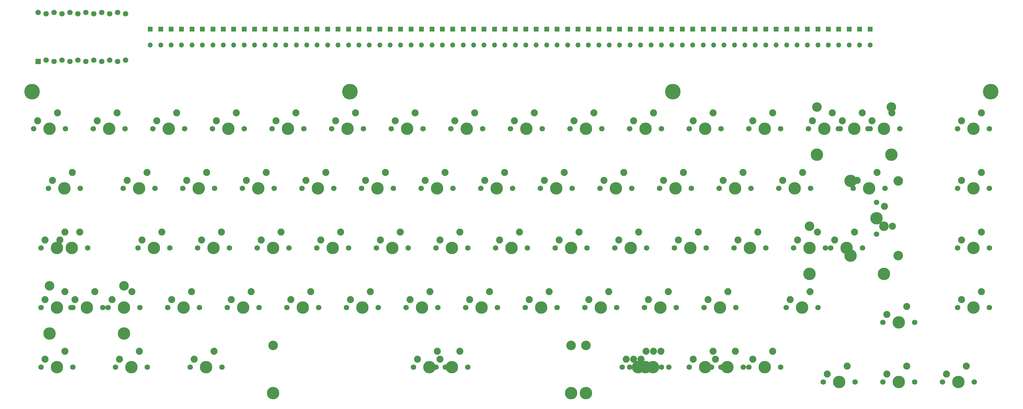
<source format=gbr>
%TF.GenerationSoftware,KiCad,Pcbnew,(5.1.7)-1*%
%TF.CreationDate,2021-02-21T21:30:35+01:00*%
%TF.ProjectId,kbic65,6b626963-3635-42e6-9b69-6361645f7063,rev?*%
%TF.SameCoordinates,Original*%
%TF.FileFunction,Soldermask,Bot*%
%TF.FilePolarity,Negative*%
%FSLAX46Y46*%
G04 Gerber Fmt 4.6, Leading zero omitted, Abs format (unit mm)*
G04 Created by KiCad (PCBNEW (5.1.7)-1) date 2021-02-21 21:30:35*
%MOMM*%
%LPD*%
G01*
G04 APERTURE LIST*
%ADD10O,1.600000X1.600000*%
%ADD11R,1.600000X1.600000*%
%ADD12C,2.250000*%
%ADD13C,3.987800*%
%ADD14C,1.750000*%
%ADD15C,5.000000*%
%ADD16C,3.048000*%
%ADD17C,1.752600*%
%ADD18R,1.752600X1.752600*%
G04 APERTURE END LIST*
D10*
%TO.C,D_@1*%
X261136044Y-52645000D03*
D11*
X261136044Y-47565000D03*
%TD*%
D12*
%TO.C,MX_Esc1*%
X58102500Y-74295000D03*
D13*
X55562500Y-79375000D03*
D12*
X51752500Y-76835000D03*
D14*
X50482500Y-79375000D03*
X60642500Y-79375000D03*
%TD*%
%TO.C,MX_1*%
X79692500Y-79375000D03*
X69532500Y-79375000D03*
D12*
X70802500Y-76835000D03*
D13*
X74612500Y-79375000D03*
D12*
X77152500Y-74295000D03*
%TD*%
D15*
%TO.C,REF\u002A\u002A*%
X356393750Y-67468750D03*
%TD*%
%TO.C,REF\u002A\u002A*%
X254793750Y-67468750D03*
%TD*%
%TO.C,REF\u002A\u002A*%
X151606250Y-67468750D03*
%TD*%
%TO.C,REF\u002A\u002A*%
X50006250Y-67468750D03*
%TD*%
D10*
%TO.C,D_ISO_BKSLSH1*%
X97753041Y-52645000D03*
D11*
X97753041Y-47565000D03*
%TD*%
D12*
%TO.C,MX_BkSp3_2u1*%
X315277500Y-74295000D03*
D13*
X312737500Y-79375000D03*
D12*
X308927500Y-76835000D03*
D14*
X307657500Y-79375000D03*
X317817500Y-79375000D03*
D16*
X300831250Y-72390000D03*
X324643750Y-72390000D03*
D13*
X300831250Y-87630000D03*
X324643750Y-87630000D03*
%TD*%
D12*
%TO.C,MX_BkSp2*%
X324802500Y-74295000D03*
D13*
X322262500Y-79375000D03*
D12*
X318452500Y-76835000D03*
D14*
X317182500Y-79375000D03*
X327342500Y-79375000D03*
%TD*%
%TO.C,MX_5*%
X155892500Y-79375000D03*
X145732500Y-79375000D03*
D12*
X147002500Y-76835000D03*
D13*
X150812500Y-79375000D03*
D12*
X153352500Y-74295000D03*
%TD*%
D14*
%TO.C,MX_6*%
X174942500Y-79375000D03*
X164782500Y-79375000D03*
D12*
X166052500Y-76835000D03*
D13*
X169862500Y-79375000D03*
D12*
X172402500Y-74295000D03*
%TD*%
%TO.C,MX_Space2_6u1*%
X186690000Y-150495000D03*
D13*
X184150000Y-155575000D03*
D12*
X180340000Y-153035000D03*
D14*
X179070000Y-155575000D03*
X189230000Y-155575000D03*
D16*
X127000000Y-148590000D03*
X222250000Y-148590000D03*
D13*
X127000000Y-163830000D03*
X222250000Y-163830000D03*
%TD*%
D12*
%TO.C,MX_Right1*%
X348615000Y-155257500D03*
D13*
X346075000Y-160337500D03*
D12*
X342265000Y-157797500D03*
D14*
X340995000Y-160337500D03*
X351155000Y-160337500D03*
%TD*%
D12*
%TO.C,MX_RBKT1*%
X296227500Y-93345000D03*
D13*
X293687500Y-98425000D03*
D12*
X289877500Y-95885000D03*
D14*
X288607500Y-98425000D03*
X298767500Y-98425000D03*
%TD*%
D12*
%TO.C,MX_D1*%
X129540000Y-112395000D03*
D13*
X127000000Y-117475000D03*
D12*
X123190000Y-114935000D03*
D14*
X121920000Y-117475000D03*
X132080000Y-117475000D03*
%TD*%
D12*
%TO.C,MX_Q1*%
X86677500Y-93345000D03*
D13*
X84137500Y-98425000D03*
D12*
X80327500Y-95885000D03*
D14*
X79057500Y-98425000D03*
X89217500Y-98425000D03*
%TD*%
%TO.C,MX_2*%
X98742500Y-79375000D03*
X88582500Y-79375000D03*
D12*
X89852500Y-76835000D03*
D13*
X93662500Y-79375000D03*
D12*
X96202500Y-74295000D03*
%TD*%
%TO.C,MX_V1*%
X158115000Y-131445000D03*
D13*
X155575000Y-136525000D03*
D12*
X151765000Y-133985000D03*
D14*
X150495000Y-136525000D03*
X160655000Y-136525000D03*
%TD*%
D12*
%TO.C,MX_Space1_6.25u1*%
X179546250Y-150495000D03*
D13*
X177006250Y-155575000D03*
D12*
X173196250Y-153035000D03*
D14*
X171926250Y-155575000D03*
X182086250Y-155575000D03*
D16*
X127006350Y-148590000D03*
X227006150Y-148590000D03*
D13*
X127006350Y-163830000D03*
X227006150Y-163830000D03*
%TD*%
D12*
%TO.C,MX_RWin2_1.25u_RCtrl1*%
X274796250Y-150495000D03*
D13*
X272256250Y-155575000D03*
D12*
X268446250Y-153035000D03*
D14*
X267176250Y-155575000D03*
X277336250Y-155575000D03*
%TD*%
D12*
%TO.C,MX_RAlt3_1.25u_6.25u_space1*%
X250983750Y-150495000D03*
D13*
X248443750Y-155575000D03*
D12*
X244633750Y-153035000D03*
D14*
X243363750Y-155575000D03*
X253523750Y-155575000D03*
%TD*%
D12*
%TO.C,MX_RAlt2_1.25u_6u_space1*%
X246221250Y-150495000D03*
D13*
X243681250Y-155575000D03*
D12*
X239871250Y-153035000D03*
D14*
X238601250Y-155575000D03*
X248761250Y-155575000D03*
%TD*%
D12*
%TO.C,MX_RAlt1_1u1*%
X248602500Y-150495000D03*
D13*
X246062500Y-155575000D03*
D12*
X242252500Y-153035000D03*
D14*
X240982500Y-155575000D03*
X251142500Y-155575000D03*
%TD*%
D12*
%TO.C,MX_LShift_ISO1*%
X60483750Y-131445000D03*
D13*
X57943750Y-136525000D03*
D12*
X54133750Y-133985000D03*
D14*
X52863750Y-136525000D03*
X63023750Y-136525000D03*
%TD*%
D12*
%TO.C,MX_LShift_ANSI1*%
X70008750Y-131445000D03*
D13*
X67468750Y-136525000D03*
D12*
X63658750Y-133985000D03*
D14*
X62388750Y-136525000D03*
X72548750Y-136525000D03*
D16*
X55562500Y-129540000D03*
X79375000Y-129540000D03*
D13*
X55562500Y-144780000D03*
X79375000Y-144780000D03*
%TD*%
D12*
%TO.C,MX_Enter2_ISO_Hash1*%
X300990000Y-112395000D03*
D13*
X298450000Y-117475000D03*
D12*
X294640000Y-114935000D03*
D14*
X293370000Y-117475000D03*
X303530000Y-117475000D03*
%TD*%
D12*
%TO.C,MX_CpsLck2_Stepped1*%
X60483750Y-112395000D03*
D13*
X57943750Y-117475000D03*
D12*
X54133750Y-114935000D03*
D14*
X52863750Y-117475000D03*
X63023750Y-117475000D03*
%TD*%
D13*
%TO.C,MX_BkSlash2_ISO_Enter1*%
X311626250Y-96012000D03*
X311626250Y-119888000D03*
D16*
X326866250Y-96012000D03*
X326866250Y-119888000D03*
D14*
X319881250Y-113030000D03*
X319881250Y-102870000D03*
D12*
X322421250Y-104140000D03*
D13*
X319881250Y-107950000D03*
D12*
X324961250Y-110490000D03*
%TD*%
%TO.C,MX_Enter1*%
X312896250Y-112395000D03*
D13*
X310356250Y-117475000D03*
D12*
X306546250Y-114935000D03*
D14*
X305276250Y-117475000D03*
X315436250Y-117475000D03*
D16*
X298450000Y-110490000D03*
X322262500Y-110490000D03*
D13*
X298450000Y-125730000D03*
X322262500Y-125730000D03*
%TD*%
D12*
%TO.C,MX_BkSlsh1*%
X320040000Y-93345000D03*
D13*
X317500000Y-98425000D03*
D12*
X313690000Y-95885000D03*
D14*
X312420000Y-98425000D03*
X322580000Y-98425000D03*
%TD*%
D12*
%TO.C,MX_RShift1*%
X298608750Y-131445000D03*
D13*
X296068750Y-136525000D03*
D12*
X292258750Y-133985000D03*
D14*
X290988750Y-136525000D03*
X301148750Y-136525000D03*
%TD*%
D12*
%TO.C,MX_LAlt1*%
X108108750Y-150495000D03*
D13*
X105568750Y-155575000D03*
D12*
X101758750Y-153035000D03*
D14*
X100488750Y-155575000D03*
X110648750Y-155575000D03*
%TD*%
D12*
%TO.C,MX_LWin1*%
X84296250Y-150495000D03*
D13*
X81756250Y-155575000D03*
D12*
X77946250Y-153035000D03*
D14*
X76676250Y-155575000D03*
X86836250Y-155575000D03*
%TD*%
D12*
%TO.C,MX_LCtrl1*%
X60483750Y-150495000D03*
D13*
X57943750Y-155575000D03*
D12*
X54133750Y-153035000D03*
D14*
X52863750Y-155575000D03*
X63023750Y-155575000D03*
%TD*%
D12*
%TO.C,MX_CpsLck1*%
X65246250Y-112395000D03*
D13*
X62706250Y-117475000D03*
D12*
X58896250Y-114935000D03*
D14*
X57626250Y-117475000D03*
X67786250Y-117475000D03*
%TD*%
D12*
%TO.C,MX_Tab1*%
X62865000Y-93345000D03*
D13*
X60325000Y-98425000D03*
D12*
X56515000Y-95885000D03*
D14*
X55245000Y-98425000D03*
X65405000Y-98425000D03*
%TD*%
D12*
%TO.C,MX_Z1*%
X100965000Y-131445000D03*
D13*
X98425000Y-136525000D03*
D12*
X94615000Y-133985000D03*
D14*
X93345000Y-136525000D03*
X103505000Y-136525000D03*
%TD*%
D12*
%TO.C,MX_Y1*%
X181927500Y-93345000D03*
D13*
X179387500Y-98425000D03*
D12*
X175577500Y-95885000D03*
D14*
X174307500Y-98425000D03*
X184467500Y-98425000D03*
%TD*%
D12*
%TO.C,MX_X1*%
X120015000Y-131445000D03*
D13*
X117475000Y-136525000D03*
D12*
X113665000Y-133985000D03*
D14*
X112395000Y-136525000D03*
X122555000Y-136525000D03*
%TD*%
D12*
%TO.C,MX_W1*%
X105727500Y-93345000D03*
D13*
X103187500Y-98425000D03*
D12*
X99377500Y-95885000D03*
D14*
X98107500Y-98425000D03*
X108267500Y-98425000D03*
%TD*%
D12*
%TO.C,MX_Up1*%
X329565000Y-136207500D03*
D13*
X327025000Y-141287500D03*
D12*
X323215000Y-138747500D03*
D14*
X321945000Y-141287500D03*
X332105000Y-141287500D03*
%TD*%
D12*
%TO.C,MX_U1*%
X200977500Y-93345000D03*
D13*
X198437500Y-98425000D03*
D12*
X194627500Y-95885000D03*
D14*
X193357500Y-98425000D03*
X203517500Y-98425000D03*
%TD*%
D12*
%TO.C,MX_Tilde1*%
X353377500Y-74295000D03*
D13*
X350837500Y-79375000D03*
D12*
X347027500Y-76835000D03*
D14*
X345757500Y-79375000D03*
X355917500Y-79375000D03*
%TD*%
D12*
%TO.C,MX_T1*%
X162877500Y-93345000D03*
D13*
X160337500Y-98425000D03*
D12*
X156527500Y-95885000D03*
D14*
X155257500Y-98425000D03*
X165417500Y-98425000D03*
%TD*%
D12*
%TO.C,MX_SemiCol1*%
X262890000Y-112395000D03*
D13*
X260350000Y-117475000D03*
D12*
X256540000Y-114935000D03*
D14*
X255270000Y-117475000D03*
X265430000Y-117475000D03*
%TD*%
D12*
%TO.C,MX_S1*%
X110490000Y-112395000D03*
D13*
X107950000Y-117475000D03*
D12*
X104140000Y-114935000D03*
D14*
X102870000Y-117475000D03*
X113030000Y-117475000D03*
%TD*%
D12*
%TO.C,MX_RWin1*%
X267652500Y-150495000D03*
D13*
X265112500Y-155575000D03*
D12*
X261302500Y-153035000D03*
D14*
X260032500Y-155575000D03*
X270192500Y-155575000D03*
%TD*%
D12*
%TO.C,MX_RCtrl1*%
X286702500Y-150495000D03*
D13*
X284162500Y-155575000D03*
D12*
X280352500Y-153035000D03*
D14*
X279082500Y-155575000D03*
X289242500Y-155575000D03*
%TD*%
D12*
%TO.C,MX_R1*%
X143827500Y-93345000D03*
D13*
X141287500Y-98425000D03*
D12*
X137477500Y-95885000D03*
D14*
X136207500Y-98425000D03*
X146367500Y-98425000D03*
%TD*%
D12*
%TO.C,MX_PgUp1*%
X353377500Y-112395000D03*
D13*
X350837500Y-117475000D03*
D12*
X347027500Y-114935000D03*
D14*
X345757500Y-117475000D03*
X355917500Y-117475000D03*
%TD*%
D12*
%TO.C,MX_PgDn1*%
X353377500Y-131445000D03*
D13*
X350837500Y-136525000D03*
D12*
X347027500Y-133985000D03*
D14*
X345757500Y-136525000D03*
X355917500Y-136525000D03*
%TD*%
D12*
%TO.C,MX_P1*%
X258127500Y-93345000D03*
D13*
X255587500Y-98425000D03*
D12*
X251777500Y-95885000D03*
D14*
X250507500Y-98425000D03*
X260667500Y-98425000D03*
%TD*%
D12*
%TO.C,MX_O1*%
X239077500Y-93345000D03*
D13*
X236537500Y-98425000D03*
D12*
X232727500Y-95885000D03*
D14*
X231457500Y-98425000D03*
X241617500Y-98425000D03*
%TD*%
D12*
%TO.C,MX_N1*%
X196215000Y-131445000D03*
D13*
X193675000Y-136525000D03*
D12*
X189865000Y-133985000D03*
D14*
X188595000Y-136525000D03*
X198755000Y-136525000D03*
%TD*%
D12*
%TO.C,MX_M1*%
X215265000Y-131445000D03*
D13*
X212725000Y-136525000D03*
D12*
X208915000Y-133985000D03*
D14*
X207645000Y-136525000D03*
X217805000Y-136525000D03*
%TD*%
D12*
%TO.C,MX_Left1*%
X310515000Y-155257500D03*
D13*
X307975000Y-160337500D03*
D12*
X304165000Y-157797500D03*
D14*
X302895000Y-160337500D03*
X313055000Y-160337500D03*
%TD*%
D12*
%TO.C,MX_LBKT1*%
X277177500Y-93345000D03*
D13*
X274637500Y-98425000D03*
D12*
X270827500Y-95885000D03*
D14*
X269557500Y-98425000D03*
X279717500Y-98425000D03*
%TD*%
D12*
%TO.C,MX_L1*%
X243840000Y-112395000D03*
D13*
X241300000Y-117475000D03*
D12*
X237490000Y-114935000D03*
D14*
X236220000Y-117475000D03*
X246380000Y-117475000D03*
%TD*%
D12*
%TO.C,MX_K1*%
X224790000Y-112395000D03*
D13*
X222250000Y-117475000D03*
D12*
X218440000Y-114935000D03*
D14*
X217170000Y-117475000D03*
X227330000Y-117475000D03*
%TD*%
D12*
%TO.C,MX_J1*%
X205740000Y-112395000D03*
D13*
X203200000Y-117475000D03*
D12*
X199390000Y-114935000D03*
D14*
X198120000Y-117475000D03*
X208280000Y-117475000D03*
%TD*%
D12*
%TO.C,MX_ISO_BKSLSH1*%
X81915000Y-131445000D03*
D13*
X79375000Y-136525000D03*
D12*
X75565000Y-133985000D03*
D14*
X74295000Y-136525000D03*
X84455000Y-136525000D03*
%TD*%
D12*
%TO.C,MX_I1*%
X220027500Y-93345000D03*
D13*
X217487500Y-98425000D03*
D12*
X213677500Y-95885000D03*
D14*
X212407500Y-98425000D03*
X222567500Y-98425000D03*
%TD*%
%TO.C,MX_Hyphen1*%
X270192500Y-79375000D03*
X260032500Y-79375000D03*
D12*
X261302500Y-76835000D03*
D13*
X265112500Y-79375000D03*
D12*
X267652500Y-74295000D03*
%TD*%
%TO.C,MX_H1*%
X186690000Y-112395000D03*
D13*
X184150000Y-117475000D03*
D12*
X180340000Y-114935000D03*
D14*
X179070000Y-117475000D03*
X189230000Y-117475000D03*
%TD*%
D12*
%TO.C,MX_G1*%
X167640000Y-112395000D03*
D13*
X165100000Y-117475000D03*
D12*
X161290000Y-114935000D03*
D14*
X160020000Y-117475000D03*
X170180000Y-117475000D03*
%TD*%
D12*
%TO.C,MX_FwdSlsh1*%
X272415000Y-131445000D03*
D13*
X269875000Y-136525000D03*
D12*
X266065000Y-133985000D03*
D14*
X264795000Y-136525000D03*
X274955000Y-136525000D03*
%TD*%
D12*
%TO.C,MX_F1*%
X148590000Y-112395000D03*
D13*
X146050000Y-117475000D03*
D12*
X142240000Y-114935000D03*
D14*
X140970000Y-117475000D03*
X151130000Y-117475000D03*
%TD*%
%TO.C,MX_Equal1*%
X289242500Y-79375000D03*
X279082500Y-79375000D03*
D12*
X280352500Y-76835000D03*
D13*
X284162500Y-79375000D03*
D12*
X286702500Y-74295000D03*
%TD*%
%TO.C,MX_E1*%
X124777500Y-93345000D03*
D13*
X122237500Y-98425000D03*
D12*
X118427500Y-95885000D03*
D14*
X117157500Y-98425000D03*
X127317500Y-98425000D03*
%TD*%
D12*
%TO.C,MX_Down1*%
X329565000Y-155257500D03*
D13*
X327025000Y-160337500D03*
D12*
X323215000Y-157797500D03*
D14*
X321945000Y-160337500D03*
X332105000Y-160337500D03*
%TD*%
D12*
%TO.C,MX_Dot1*%
X253365000Y-131445000D03*
D13*
X250825000Y-136525000D03*
D12*
X247015000Y-133985000D03*
D14*
X245745000Y-136525000D03*
X255905000Y-136525000D03*
%TD*%
D12*
%TO.C,MX_Del1*%
X353377500Y-93345000D03*
D13*
X350837500Y-98425000D03*
D12*
X347027500Y-95885000D03*
D14*
X345757500Y-98425000D03*
X355917500Y-98425000D03*
%TD*%
D12*
%TO.C,MX_Comma1*%
X234315000Y-131445000D03*
D13*
X231775000Y-136525000D03*
D12*
X227965000Y-133985000D03*
D14*
X226695000Y-136525000D03*
X236855000Y-136525000D03*
%TD*%
D12*
%TO.C,MX_C1*%
X139065000Y-131445000D03*
D13*
X136525000Y-136525000D03*
D12*
X132715000Y-133985000D03*
D14*
X131445000Y-136525000D03*
X141605000Y-136525000D03*
%TD*%
%TO.C,MX_BkSp1*%
X308292500Y-79375000D03*
X298132500Y-79375000D03*
D12*
X299402500Y-76835000D03*
D13*
X303212500Y-79375000D03*
D12*
X305752500Y-74295000D03*
%TD*%
%TO.C,MX_B1*%
X177165000Y-131445000D03*
D13*
X174625000Y-136525000D03*
D12*
X170815000Y-133985000D03*
D14*
X169545000Y-136525000D03*
X179705000Y-136525000D03*
%TD*%
D12*
%TO.C,MX_A1*%
X91440000Y-112395000D03*
D13*
X88900000Y-117475000D03*
D12*
X85090000Y-114935000D03*
D14*
X83820000Y-117475000D03*
X93980000Y-117475000D03*
%TD*%
D12*
%TO.C,MX_@1*%
X281940000Y-112395000D03*
D13*
X279400000Y-117475000D03*
D12*
X275590000Y-114935000D03*
D14*
X274320000Y-117475000D03*
X284480000Y-117475000D03*
%TD*%
%TO.C,MX_9*%
X232092500Y-79375000D03*
X221932500Y-79375000D03*
D12*
X223202500Y-76835000D03*
D13*
X227012500Y-79375000D03*
D12*
X229552500Y-74295000D03*
%TD*%
D14*
%TO.C,MX_8*%
X213042500Y-79375000D03*
X202882500Y-79375000D03*
D12*
X204152500Y-76835000D03*
D13*
X207962500Y-79375000D03*
D12*
X210502500Y-74295000D03*
%TD*%
D14*
%TO.C,MX_7*%
X193992500Y-79375000D03*
X183832500Y-79375000D03*
D12*
X185102500Y-76835000D03*
D13*
X188912500Y-79375000D03*
D12*
X191452500Y-74295000D03*
%TD*%
D14*
%TO.C,MX_4*%
X136842500Y-79375000D03*
X126682500Y-79375000D03*
D12*
X127952500Y-76835000D03*
D13*
X131762500Y-79375000D03*
D12*
X134302500Y-74295000D03*
%TD*%
D14*
%TO.C,MX_3*%
X117792500Y-79375000D03*
X107632500Y-79375000D03*
D12*
X108902500Y-76835000D03*
D13*
X112712500Y-79375000D03*
D12*
X115252500Y-74295000D03*
%TD*%
D14*
%TO.C,MX_0*%
X251142500Y-79375000D03*
X240982500Y-79375000D03*
D12*
X242252500Y-76835000D03*
D13*
X246062500Y-79375000D03*
D12*
X248602500Y-74295000D03*
%TD*%
D17*
%TO.C,U1*%
X51911250Y-42157650D03*
X79851250Y-57397650D03*
X54451250Y-42614850D03*
X56991250Y-42157650D03*
X59531250Y-42614850D03*
X62071250Y-42157650D03*
X64611250Y-42614850D03*
X67151250Y-42157650D03*
X69691250Y-42614850D03*
X72231250Y-42157650D03*
X74771250Y-42614850D03*
X77311250Y-42157650D03*
X79851250Y-42614850D03*
X77311250Y-57854850D03*
X74771250Y-57397650D03*
X72231250Y-57854850D03*
X69691250Y-57397650D03*
X67151250Y-57854850D03*
X64611250Y-57397650D03*
X62071250Y-57854850D03*
X59531250Y-57397650D03*
X56991250Y-57854850D03*
X54451250Y-57397650D03*
D18*
X51911250Y-57854850D03*
%TD*%
D10*
%TO.C,D_Z1*%
X121093470Y-52645000D03*
D11*
X121093470Y-47565000D03*
%TD*%
D10*
%TO.C,D_Y1*%
X184446063Y-52645000D03*
D11*
X184446063Y-47565000D03*
%TD*%
D10*
%TO.C,D_X1*%
X144433899Y-52645000D03*
D11*
X144433899Y-47565000D03*
%TD*%
D10*
%TO.C,D_W1*%
X127762164Y-52645000D03*
D11*
X127762164Y-47565000D03*
%TD*%
D10*
%TO.C,D_V1*%
X167774328Y-52645000D03*
D11*
X167774328Y-47565000D03*
%TD*%
D10*
%TO.C,D_Up1*%
X277807779Y-52645000D03*
D11*
X277807779Y-47565000D03*
%TD*%
D10*
%TO.C,D_U1*%
X204452145Y-52645000D03*
D11*
X204452145Y-47565000D03*
%TD*%
D10*
%TO.C,D_Tilde1*%
X317820000Y-52645000D03*
D11*
X317820000Y-47565000D03*
%TD*%
D10*
%TO.C,D_Tab1*%
X107756082Y-52645000D03*
D11*
X107756082Y-47565000D03*
%TD*%
D10*
%TO.C,D_T1*%
X174443022Y-52645000D03*
D11*
X174443022Y-47565000D03*
%TD*%
D10*
%TO.C,D_Space1*%
X194449104Y-52645000D03*
D11*
X194449104Y-47565000D03*
%TD*%
D10*
%TO.C,D_SemiCol1*%
X247798656Y-52645000D03*
D11*
X247798656Y-47565000D03*
%TD*%
D10*
%TO.C,D_S1*%
X124427817Y-52645000D03*
D11*
X124427817Y-47565000D03*
%TD*%
D10*
%TO.C,D_RWin1*%
X254467350Y-52645000D03*
D11*
X254467350Y-47565000D03*
%TD*%
D10*
%TO.C,D_RShift1*%
X274473432Y-52645000D03*
D11*
X274473432Y-47565000D03*
%TD*%
D10*
%TO.C,D_Right1*%
X304482555Y-52645000D03*
D11*
X304482555Y-47565000D03*
%TD*%
D10*
%TO.C,D_RCtrl1*%
X271139085Y-52645000D03*
D11*
X271139085Y-47565000D03*
%TD*%
D10*
%TO.C,D_RBKT1*%
X284476473Y-52645000D03*
D11*
X284476473Y-47565000D03*
%TD*%
D10*
%TO.C,D_RAlt1*%
X227792574Y-52645000D03*
D11*
X227792574Y-47565000D03*
%TD*%
D10*
%TO.C,D_R1*%
X157771287Y-52645000D03*
D11*
X157771287Y-47565000D03*
%TD*%
D10*
%TO.C,D_Q1*%
X91084347Y-52645000D03*
D11*
X91084347Y-47565000D03*
%TD*%
D10*
%TO.C,D_PgUp1*%
X311151249Y-52645000D03*
D11*
X311151249Y-47565000D03*
%TD*%
D10*
%TO.C,D_PgDn1*%
X307816902Y-52645000D03*
D11*
X307816902Y-47565000D03*
%TD*%
D10*
%TO.C,D_P1*%
X244464309Y-52645000D03*
D11*
X244464309Y-47565000D03*
%TD*%
D10*
%TO.C,D_O1*%
X234461268Y-52645000D03*
D11*
X234461268Y-47565000D03*
%TD*%
D10*
%TO.C,D_N1*%
X197783451Y-52645000D03*
D11*
X197783451Y-47565000D03*
%TD*%
D10*
%TO.C,D_M1*%
X221123880Y-52645000D03*
D11*
X221123880Y-47565000D03*
%TD*%
D10*
%TO.C,D_LWin1*%
X117759123Y-52645000D03*
D11*
X117759123Y-47565000D03*
%TD*%
D10*
%TO.C,D_LShift1*%
X101087388Y-52645000D03*
D11*
X101087388Y-47565000D03*
%TD*%
D10*
%TO.C,D_Left1*%
X297813861Y-52645000D03*
D11*
X297813861Y-47565000D03*
%TD*%
D10*
%TO.C,D_LCtrl1*%
X114424776Y-52645000D03*
D11*
X114424776Y-47565000D03*
%TD*%
D10*
%TO.C,D_LBKT1*%
X264470391Y-52645000D03*
D11*
X264470391Y-47565000D03*
%TD*%
D10*
%TO.C,D_LAlt1*%
X147768246Y-52645000D03*
D11*
X147768246Y-47565000D03*
%TD*%
D10*
%TO.C,D_L1*%
X231126921Y-52645000D03*
D11*
X231126921Y-47565000D03*
%TD*%
D10*
%TO.C,D_K1*%
X217789533Y-52645000D03*
D11*
X217789533Y-47565000D03*
%TD*%
D10*
%TO.C,D_J1*%
X201117798Y-52645000D03*
D11*
X201117798Y-47565000D03*
%TD*%
D10*
%TO.C,D_I1*%
X214455186Y-52645000D03*
D11*
X214455186Y-47565000D03*
%TD*%
D10*
%TO.C,D_Hyphen1*%
X241129962Y-52645000D03*
D11*
X241129962Y-47565000D03*
%TD*%
D10*
%TO.C,D_H1*%
X187780410Y-52645000D03*
D11*
X187780410Y-47565000D03*
%TD*%
D10*
%TO.C,D_G1*%
X171108675Y-52645000D03*
D11*
X171108675Y-47565000D03*
%TD*%
D10*
%TO.C,D_FwdSlsh1*%
X257801697Y-52645000D03*
D11*
X257801697Y-47565000D03*
%TD*%
D10*
%TO.C,D_F1*%
X154436940Y-52645000D03*
D11*
X154436940Y-47565000D03*
%TD*%
D10*
%TO.C,D_Esc1*%
X111090429Y-52645000D03*
D11*
X111090429Y-47565000D03*
%TD*%
D10*
%TO.C,D_Equal1*%
X267804738Y-52645000D03*
D11*
X267804738Y-47565000D03*
%TD*%
D10*
%TO.C,D_Enter1*%
X281142126Y-52645000D03*
D11*
X281142126Y-47565000D03*
%TD*%
D10*
%TO.C,D_E1*%
X137765205Y-52645000D03*
D11*
X137765205Y-47565000D03*
%TD*%
D10*
%TO.C,D_Down1*%
X301148208Y-52645000D03*
D11*
X301148208Y-47565000D03*
%TD*%
D10*
%TO.C,D_Dot1*%
X251133003Y-52645000D03*
D11*
X251133003Y-47565000D03*
%TD*%
D10*
%TO.C,D_Del1*%
X314485596Y-52645000D03*
D11*
X314485596Y-47565000D03*
%TD*%
D10*
%TO.C,D_D1*%
X141099552Y-52645000D03*
D11*
X141099552Y-47565000D03*
%TD*%
D10*
%TO.C,D_CpsLck1*%
X104421735Y-52645000D03*
D11*
X104421735Y-47565000D03*
%TD*%
D10*
%TO.C,D_Comma1*%
X224458227Y-52645000D03*
D11*
X224458227Y-47565000D03*
%TD*%
D10*
%TO.C,D_C1*%
X151102593Y-52645000D03*
D11*
X151102593Y-47565000D03*
%TD*%
D10*
%TO.C,D_BkSp2*%
X294479514Y-52645000D03*
D11*
X294479514Y-47565000D03*
%TD*%
D10*
%TO.C,D_BkSp1*%
X291145167Y-52645000D03*
D11*
X291145167Y-47565000D03*
%TD*%
D10*
%TO.C,D_BKSLSH1*%
X287810820Y-52645000D03*
D11*
X287810820Y-47565000D03*
%TD*%
D10*
%TO.C,D_B1*%
X191114757Y-52645000D03*
D11*
X191114757Y-47565000D03*
%TD*%
D10*
%TO.C,D_A1*%
X94418694Y-52645000D03*
D11*
X94418694Y-47565000D03*
%TD*%
D10*
%TO.C,D_9*%
X211120839Y-52645000D03*
D11*
X211120839Y-47565000D03*
%TD*%
D10*
%TO.C,D_8*%
X207786492Y-52645000D03*
D11*
X207786492Y-47565000D03*
%TD*%
D10*
%TO.C,D_7*%
X181111716Y-52645000D03*
D11*
X181111716Y-47565000D03*
%TD*%
D10*
%TO.C,D_6*%
X177777369Y-52645000D03*
D11*
X177777369Y-47565000D03*
%TD*%
D10*
%TO.C,D_5*%
X164439981Y-52645000D03*
D11*
X164439981Y-47565000D03*
%TD*%
D10*
%TO.C,D_4*%
X161105634Y-52645000D03*
D11*
X161105634Y-47565000D03*
%TD*%
D10*
%TO.C,D_3*%
X134430858Y-52645000D03*
D11*
X134430858Y-47565000D03*
%TD*%
D10*
%TO.C,D_2*%
X131096511Y-52645000D03*
D11*
X131096511Y-47565000D03*
%TD*%
D10*
%TO.C,D_1*%
X87750000Y-52645000D03*
D11*
X87750000Y-47565000D03*
%TD*%
D10*
%TO.C,D_0*%
X237795615Y-52645000D03*
D11*
X237795615Y-47565000D03*
%TD*%
M02*

</source>
